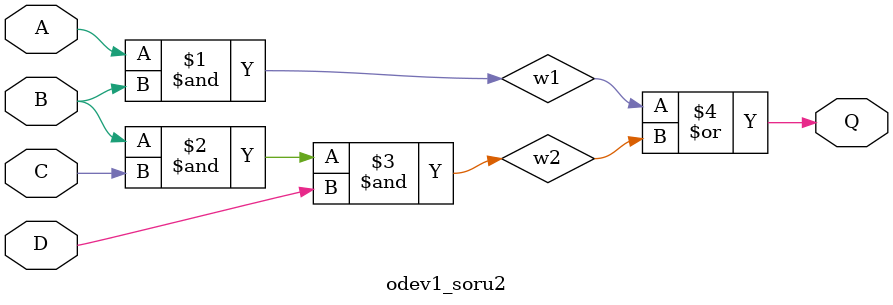
<source format=v>
`timescale 1ns / 1ps


module odev1_soru2(
    input A,B,C,D,
    output Q
    );
    wire w1,w2;
    and(w1,A,B);
    and(w2,B,C,D);
    or(Q,w1,w2);
endmodule

</source>
